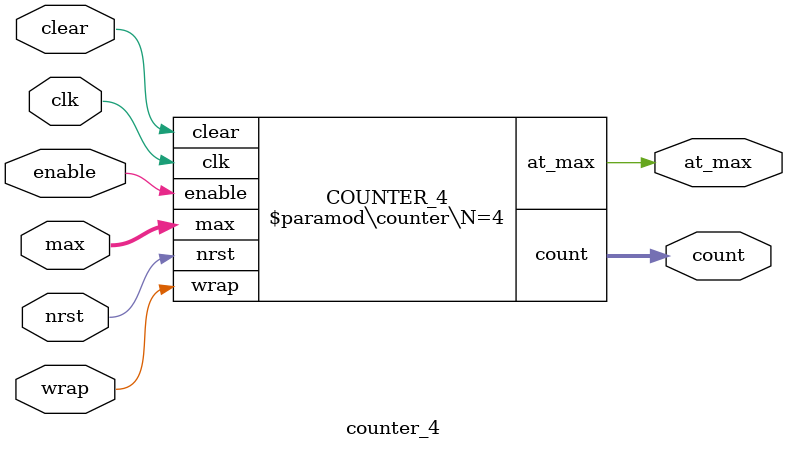
<source format=v>
/* Generated by Yosys 0.9 (git sha1 1979e0b) */

module \$paramod\counter\N=4 (clk, nrst, enable, clear, wrap, max, count, at_max);
  wire _00_;
  wire _01_;
  wire _02_;
  wire _03_;
  wire _04_;
  wire _05_;
  wire _06_;
  wire _07_;
  wire _08_;
  wire _09_;
  wire _10_;
  wire _11_;
  wire _12_;
  wire _13_;
  wire _14_;
  wire _15_;
  output at_max;
  input clear;
  input clk;
  output [3:0] count;
  input enable;
  input [3:0] max;
  wire [3:0] next_count;
  input nrst;
  input wrap;
  sky130_fd_sc_hd__clkinv_1 _16_ (
    .A(count[1]),
    .Y(_00_)
  );
  sky130_fd_sc_hd__clkinv_1 _17_ (
    .A(wrap),
    .Y(_01_)
  );
  sky130_fd_sc_hd__xor2_1 _18_ (
    .A(max[3]),
    .B(count[3]),
    .X(_02_)
  );
  sky130_fd_sc_hd__xor2_1 _19_ (
    .A(max[2]),
    .B(count[2]),
    .X(_03_)
  );
  sky130_fd_sc_hd__xor2_1 _20_ (
    .A(count[0]),
    .B(max[0]),
    .X(_04_)
  );
  sky130_fd_sc_hd__xor2_1 _21_ (
    .A(max[1]),
    .B(count[1]),
    .X(_05_)
  );
  sky130_fd_sc_hd__nor4_1 _22_ (
    .A(_02_),
    .B(_03_),
    .C(_04_),
    .D(_05_),
    .Y(at_max)
  );
  sky130_fd_sc_hd__nand2_1 _23_ (
    .A(count[0]),
    .B(enable),
    .Y(_06_)
  );
  sky130_fd_sc_hd__a21oi_1 _24_ (
    .A1(_01_),
    .A2(at_max),
    .B1(_06_),
    .Y(_07_)
  );
  sky130_fd_sc_hd__lpflow_isobufsrc_1 _25_ (
    .A(enable),
    .SLEEP(at_max),
    .X(_08_)
  );
  sky130_fd_sc_hd__nor2_1 _26_ (
    .A(count[0]),
    .B(_08_),
    .Y(_09_)
  );
  sky130_fd_sc_hd__nor3_1 _27_ (
    .A(clear),
    .B(_07_),
    .C(_09_),
    .Y(next_count[0])
  );
  sky130_fd_sc_hd__a211oi_1 _28_ (
    .A1(_01_),
    .A2(at_max),
    .B1(_06_),
    .C1(_00_),
    .Y(_10_)
  );
  sky130_fd_sc_hd__a31o_1 _29_ (
    .A1(wrap),
    .A2(enable),
    .A3(at_max),
    .B1(clear),
    .X(_11_)
  );
  sky130_fd_sc_hd__nor2_1 _30_ (
    .A(count[1]),
    .B(_07_),
    .Y(_12_)
  );
  sky130_fd_sc_hd__nor3_1 _31_ (
    .A(_10_),
    .B(_11_),
    .C(_12_),
    .Y(next_count[1])
  );
  sky130_fd_sc_hd__xnor2_1 _32_ (
    .A(count[2]),
    .B(_10_),
    .Y(_13_)
  );
  sky130_fd_sc_hd__nor2_1 _33_ (
    .A(_11_),
    .B(_13_),
    .Y(next_count[2])
  );
  sky130_fd_sc_hd__and3_1 _34_ (
    .A(count[2]),
    .B(count[3]),
    .C(_10_),
    .X(_14_)
  );
  sky130_fd_sc_hd__a21oi_1 _35_ (
    .A1(count[2]),
    .A2(_10_),
    .B1(count[3]),
    .Y(_15_)
  );
  sky130_fd_sc_hd__nor3_1 _36_ (
    .A(_11_),
    .B(_14_),
    .C(_15_),
    .Y(next_count[3])
  );
  sky130_fd_sc_hd__dfrtp_1 _37_ (
    .CLK(clk),
    .D(next_count[0]),
    .Q(count[0]),
    .RESET_B(nrst)
  );
  sky130_fd_sc_hd__dfrtp_1 _38_ (
    .CLK(clk),
    .D(next_count[1]),
    .Q(count[1]),
    .RESET_B(nrst)
  );
  sky130_fd_sc_hd__dfrtp_1 _39_ (
    .CLK(clk),
    .D(next_count[2]),
    .Q(count[2]),
    .RESET_B(nrst)
  );
  sky130_fd_sc_hd__dfrtp_1 _40_ (
    .CLK(clk),
    .D(next_count[3]),
    .Q(count[3]),
    .RESET_B(nrst)
  );
endmodule

module counter_4(clk, nrst, enable, clear, wrap, max, count, at_max);
  output at_max;
  input clear;
  input clk;
  output [3:0] count;
  input enable;
  input [3:0] max;
  input nrst;
  input wrap;
  \$paramod\counter\N=4  COUNTER_4 (
    .at_max(at_max),
    .clear(clear),
    .clk(clk),
    .count(count),
    .enable(enable),
    .max(max),
    .nrst(nrst),
    .wrap(wrap)
  );
endmodule

</source>
